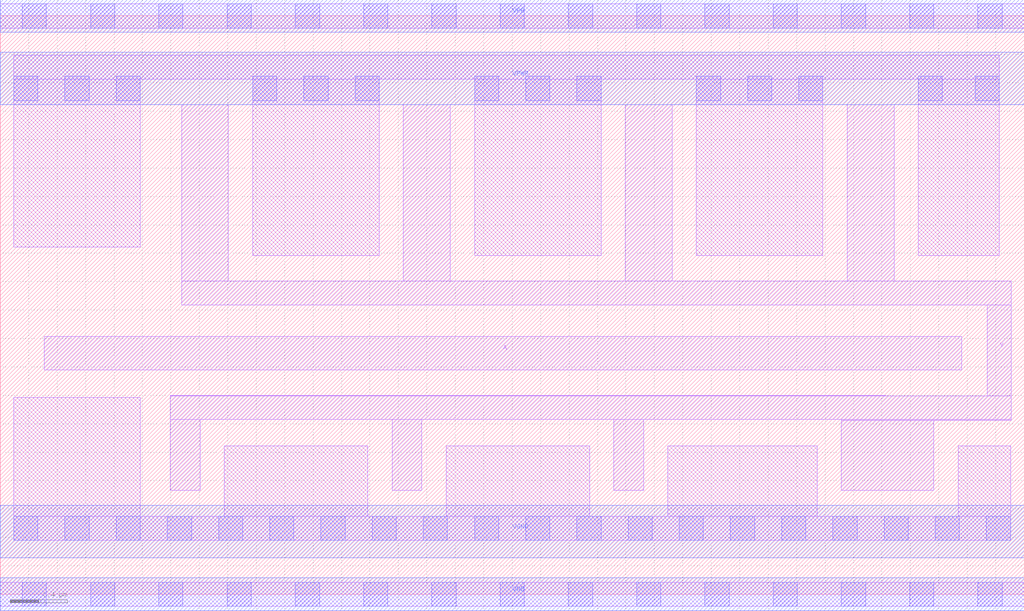
<source format=lef>
# Copyright 2020 The SkyWater PDK Authors
#
# Licensed under the Apache License, Version 2.0 (the "License");
# you may not use this file except in compliance with the License.
# You may obtain a copy of the License at
#
#     https://www.apache.org/licenses/LICENSE-2.0
#
# Unless required by applicable law or agreed to in writing, software
# distributed under the License is distributed on an "AS IS" BASIS,
# WITHOUT WARRANTIES OR CONDITIONS OF ANY KIND, either express or implied.
# See the License for the specific language governing permissions and
# limitations under the License.
#
# SPDX-License-Identifier: Apache-2.0

VERSION 5.5 ;
NAMESCASESENSITIVE ON ;
BUSBITCHARS "[]" ;
DIVIDERCHAR "/" ;
SITE unithvdbl
    SYMMETRY y  ;
    CLASS CORE  ;
    SIZE  0.480 BY 8.140 ;
END unithvdbl
MACRO sky130_fd_sc_hvl__inv_8
  CLASS CORE ;
  SOURCE USER ;
  ORIGIN  0.000000  0.000000 ;
  SIZE  7.200000 BY  4.070000 ;
  SYMMETRY X Y ;
  SITE unithv ;
  PIN A
    ANTENNAGATEAREA 9 ;
    DIRECTION INPUT ;
    USE SIGNAL ;
    PORT
      LAYER li1 ;
        RECT 0.310000 1.580000 6.760000 1.815000 ;
    END
  END A
  PIN Y
    ANTENNADIFFAREA  2.520000 ;
    DIRECTION OUTPUT ;
    USE SIGNAL ;
    PORT
      LAYER li1 ;
        RECT 1.195000 0.730000 1.405000 1.230000 ;
        RECT 1.195000 1.230000 7.110000 1.395000 ;
        RECT 1.195000 1.395000 6.225000 1.400000 ;
        RECT 1.275000 2.035000 7.110000 2.205000 ;
        RECT 1.275000 2.205000 1.605000 3.445000 ;
        RECT 2.755000 0.730000 2.965000 1.230000 ;
        RECT 2.835000 2.205000 3.165000 3.445000 ;
        RECT 4.315000 0.730000 4.525000 1.230000 ;
        RECT 4.395000 2.205000 4.725000 3.445000 ;
        RECT 5.915000 0.730000 6.565000 1.225000 ;
        RECT 5.915000 1.225000 7.110000 1.230000 ;
        RECT 5.955000 2.205000 6.285000 3.445000 ;
        RECT 6.940000 1.395000 7.110000 2.035000 ;
    END
  END Y
  PIN VGND
    DIRECTION INOUT ;
    USE GROUND ;
    PORT
      LAYER met1 ;
        RECT 0.000000 0.255000 7.200000 0.625000 ;
    END
  END VGND
  PIN VNB
    DIRECTION INOUT ;
    USE GROUND ;
    PORT
      LAYER met1 ;
        RECT 0.000000 -0.115000 7.200000 0.115000 ;
    END
  END VNB
  PIN VPB
    DIRECTION INOUT ;
    USE POWER ;
    PORT
      LAYER met1 ;
        RECT 0.000000 3.955000 7.200000 4.185000 ;
    END
  END VPB
  PIN VPWR
    DIRECTION INOUT ;
    USE POWER ;
    PORT
      LAYER met1 ;
        RECT 0.000000 3.445000 7.200000 3.815000 ;
    END
  END VPWR
  OBS
    LAYER li1 ;
      RECT 0.000000 -0.085000 7.200000 0.085000 ;
      RECT 0.000000  3.985000 7.200000 4.155000 ;
      RECT 0.095000  0.380000 7.105000 0.550000 ;
      RECT 0.095000  0.550000 0.985000 1.385000 ;
      RECT 0.095000  2.445000 0.985000 3.625000 ;
      RECT 0.095000  3.625000 7.025000 3.795000 ;
      RECT 1.575000  0.550000 2.585000 1.045000 ;
      RECT 1.775000  2.385000 2.665000 3.625000 ;
      RECT 3.135000  0.550000 4.145000 1.045000 ;
      RECT 3.335000  2.385000 4.225000 3.625000 ;
      RECT 4.695000  0.550000 5.745000 1.045000 ;
      RECT 4.895000  2.385000 5.785000 3.625000 ;
      RECT 6.455000  2.385000 7.025000 3.625000 ;
      RECT 6.735000  0.550000 7.105000 1.045000 ;
    LAYER mcon ;
      RECT 0.095000  0.380000 0.265000 0.550000 ;
      RECT 0.095000  3.475000 0.265000 3.645000 ;
      RECT 0.155000 -0.085000 0.325000 0.085000 ;
      RECT 0.155000 -0.085000 0.325000 0.085000 ;
      RECT 0.155000  3.985000 0.325000 4.155000 ;
      RECT 0.155000  3.985000 0.325000 4.155000 ;
      RECT 0.455000  0.380000 0.625000 0.550000 ;
      RECT 0.455000  3.475000 0.625000 3.645000 ;
      RECT 0.635000 -0.085000 0.805000 0.085000 ;
      RECT 0.635000 -0.085000 0.805000 0.085000 ;
      RECT 0.635000  3.985000 0.805000 4.155000 ;
      RECT 0.635000  3.985000 0.805000 4.155000 ;
      RECT 0.815000  0.380000 0.985000 0.550000 ;
      RECT 0.815000  3.475000 0.985000 3.645000 ;
      RECT 1.115000 -0.085000 1.285000 0.085000 ;
      RECT 1.115000 -0.085000 1.285000 0.085000 ;
      RECT 1.115000  3.985000 1.285000 4.155000 ;
      RECT 1.115000  3.985000 1.285000 4.155000 ;
      RECT 1.175000  0.380000 1.345000 0.550000 ;
      RECT 1.535000  0.380000 1.705000 0.550000 ;
      RECT 1.595000 -0.085000 1.765000 0.085000 ;
      RECT 1.595000 -0.085000 1.765000 0.085000 ;
      RECT 1.595000  3.985000 1.765000 4.155000 ;
      RECT 1.595000  3.985000 1.765000 4.155000 ;
      RECT 1.775000  3.475000 1.945000 3.645000 ;
      RECT 1.895000  0.380000 2.065000 0.550000 ;
      RECT 2.075000 -0.085000 2.245000 0.085000 ;
      RECT 2.075000 -0.085000 2.245000 0.085000 ;
      RECT 2.075000  3.985000 2.245000 4.155000 ;
      RECT 2.075000  3.985000 2.245000 4.155000 ;
      RECT 2.135000  3.475000 2.305000 3.645000 ;
      RECT 2.255000  0.380000 2.425000 0.550000 ;
      RECT 2.495000  3.475000 2.665000 3.645000 ;
      RECT 2.555000 -0.085000 2.725000 0.085000 ;
      RECT 2.555000 -0.085000 2.725000 0.085000 ;
      RECT 2.555000  3.985000 2.725000 4.155000 ;
      RECT 2.555000  3.985000 2.725000 4.155000 ;
      RECT 2.615000  0.380000 2.785000 0.550000 ;
      RECT 2.975000  0.380000 3.145000 0.550000 ;
      RECT 3.035000 -0.085000 3.205000 0.085000 ;
      RECT 3.035000 -0.085000 3.205000 0.085000 ;
      RECT 3.035000  3.985000 3.205000 4.155000 ;
      RECT 3.035000  3.985000 3.205000 4.155000 ;
      RECT 3.335000  0.380000 3.505000 0.550000 ;
      RECT 3.335000  3.475000 3.505000 3.645000 ;
      RECT 3.515000 -0.085000 3.685000 0.085000 ;
      RECT 3.515000 -0.085000 3.685000 0.085000 ;
      RECT 3.515000  3.985000 3.685000 4.155000 ;
      RECT 3.515000  3.985000 3.685000 4.155000 ;
      RECT 3.695000  0.380000 3.865000 0.550000 ;
      RECT 3.695000  3.475000 3.865000 3.645000 ;
      RECT 3.995000 -0.085000 4.165000 0.085000 ;
      RECT 3.995000 -0.085000 4.165000 0.085000 ;
      RECT 3.995000  3.985000 4.165000 4.155000 ;
      RECT 3.995000  3.985000 4.165000 4.155000 ;
      RECT 4.055000  0.380000 4.225000 0.550000 ;
      RECT 4.055000  3.475000 4.225000 3.645000 ;
      RECT 4.415000  0.380000 4.585000 0.550000 ;
      RECT 4.475000 -0.085000 4.645000 0.085000 ;
      RECT 4.475000 -0.085000 4.645000 0.085000 ;
      RECT 4.475000  3.985000 4.645000 4.155000 ;
      RECT 4.475000  3.985000 4.645000 4.155000 ;
      RECT 4.775000  0.380000 4.945000 0.550000 ;
      RECT 4.895000  3.475000 5.065000 3.645000 ;
      RECT 4.955000 -0.085000 5.125000 0.085000 ;
      RECT 4.955000 -0.085000 5.125000 0.085000 ;
      RECT 4.955000  3.985000 5.125000 4.155000 ;
      RECT 4.955000  3.985000 5.125000 4.155000 ;
      RECT 5.135000  0.380000 5.305000 0.550000 ;
      RECT 5.255000  3.475000 5.425000 3.645000 ;
      RECT 5.435000 -0.085000 5.605000 0.085000 ;
      RECT 5.435000 -0.085000 5.605000 0.085000 ;
      RECT 5.435000  3.985000 5.605000 4.155000 ;
      RECT 5.435000  3.985000 5.605000 4.155000 ;
      RECT 5.495000  0.380000 5.665000 0.550000 ;
      RECT 5.615000  3.475000 5.785000 3.645000 ;
      RECT 5.855000  0.380000 6.025000 0.550000 ;
      RECT 5.915000 -0.085000 6.085000 0.085000 ;
      RECT 5.915000 -0.085000 6.085000 0.085000 ;
      RECT 5.915000  3.985000 6.085000 4.155000 ;
      RECT 5.915000  3.985000 6.085000 4.155000 ;
      RECT 6.215000  0.380000 6.385000 0.550000 ;
      RECT 6.395000 -0.085000 6.565000 0.085000 ;
      RECT 6.395000 -0.085000 6.565000 0.085000 ;
      RECT 6.395000  3.985000 6.565000 4.155000 ;
      RECT 6.395000  3.985000 6.565000 4.155000 ;
      RECT 6.455000  3.475000 6.625000 3.645000 ;
      RECT 6.575000  0.380000 6.745000 0.550000 ;
      RECT 6.855000  3.475000 7.025000 3.645000 ;
      RECT 6.875000 -0.085000 7.045000 0.085000 ;
      RECT 6.875000 -0.085000 7.045000 0.085000 ;
      RECT 6.875000  3.985000 7.045000 4.155000 ;
      RECT 6.875000  3.985000 7.045000 4.155000 ;
      RECT 6.935000  0.380000 7.105000 0.550000 ;
  END
END sky130_fd_sc_hvl__inv_8

</source>
